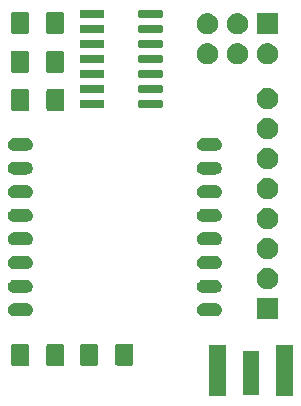
<source format=gbr>
G04 #@! TF.GenerationSoftware,KiCad,Pcbnew,5.1.5*
G04 #@! TF.CreationDate,2020-01-23T21:18:07+01:00*
G04 #@! TF.ProjectId,LORA_ATTINY84,4c4f5241-5f41-4545-9449-4e5938342e6b,rev?*
G04 #@! TF.SameCoordinates,Original*
G04 #@! TF.FileFunction,Soldermask,Top*
G04 #@! TF.FilePolarity,Negative*
%FSLAX46Y46*%
G04 Gerber Fmt 4.6, Leading zero omitted, Abs format (unit mm)*
G04 Created by KiCad (PCBNEW 5.1.5) date 2020-01-23 21:18:07*
%MOMM*%
%LPD*%
G04 APERTURE LIST*
%ADD10C,0.100000*%
G04 APERTURE END LIST*
D10*
G36*
X91638200Y-79544800D02*
G01*
X90186200Y-79544800D01*
X90186200Y-75242800D01*
X91638200Y-75242800D01*
X91638200Y-79544800D01*
G37*
G36*
X85988200Y-79544800D02*
G01*
X84536200Y-79544800D01*
X84536200Y-75242800D01*
X85988200Y-75242800D01*
X85988200Y-79544800D01*
G37*
G36*
X88773200Y-79444800D02*
G01*
X87401200Y-79444800D01*
X87401200Y-75742800D01*
X88773200Y-75742800D01*
X88773200Y-79444800D01*
G37*
G36*
X69142262Y-75176581D02*
G01*
X69177181Y-75187174D01*
X69209363Y-75204376D01*
X69237573Y-75227527D01*
X69260724Y-75255737D01*
X69277926Y-75287919D01*
X69288519Y-75322838D01*
X69292700Y-75365295D01*
X69292700Y-76831505D01*
X69288519Y-76873962D01*
X69277926Y-76908881D01*
X69260724Y-76941063D01*
X69237573Y-76969273D01*
X69209363Y-76992424D01*
X69177181Y-77009626D01*
X69142262Y-77020219D01*
X69099805Y-77024400D01*
X67958595Y-77024400D01*
X67916138Y-77020219D01*
X67881219Y-77009626D01*
X67849037Y-76992424D01*
X67820827Y-76969273D01*
X67797676Y-76941063D01*
X67780474Y-76908881D01*
X67769881Y-76873962D01*
X67765700Y-76831505D01*
X67765700Y-75365295D01*
X67769881Y-75322838D01*
X67780474Y-75287919D01*
X67797676Y-75255737D01*
X67820827Y-75227527D01*
X67849037Y-75204376D01*
X67881219Y-75187174D01*
X67916138Y-75176581D01*
X67958595Y-75172400D01*
X69099805Y-75172400D01*
X69142262Y-75176581D01*
G37*
G36*
X72117262Y-75176581D02*
G01*
X72152181Y-75187174D01*
X72184363Y-75204376D01*
X72212573Y-75227527D01*
X72235724Y-75255737D01*
X72252926Y-75287919D01*
X72263519Y-75322838D01*
X72267700Y-75365295D01*
X72267700Y-76831505D01*
X72263519Y-76873962D01*
X72252926Y-76908881D01*
X72235724Y-76941063D01*
X72212573Y-76969273D01*
X72184363Y-76992424D01*
X72152181Y-77009626D01*
X72117262Y-77020219D01*
X72074805Y-77024400D01*
X70933595Y-77024400D01*
X70891138Y-77020219D01*
X70856219Y-77009626D01*
X70824037Y-76992424D01*
X70795827Y-76969273D01*
X70772676Y-76941063D01*
X70755474Y-76908881D01*
X70744881Y-76873962D01*
X70740700Y-76831505D01*
X70740700Y-75365295D01*
X70744881Y-75322838D01*
X70755474Y-75287919D01*
X70772676Y-75255737D01*
X70795827Y-75227527D01*
X70824037Y-75204376D01*
X70856219Y-75187174D01*
X70891138Y-75176581D01*
X70933595Y-75172400D01*
X72074805Y-75172400D01*
X72117262Y-75176581D01*
G37*
G36*
X74969962Y-75151181D02*
G01*
X75004881Y-75161774D01*
X75037063Y-75178976D01*
X75065273Y-75202127D01*
X75088424Y-75230337D01*
X75105626Y-75262519D01*
X75116219Y-75297438D01*
X75120400Y-75339895D01*
X75120400Y-76806105D01*
X75116219Y-76848562D01*
X75105626Y-76883481D01*
X75088424Y-76915663D01*
X75065273Y-76943873D01*
X75037063Y-76967024D01*
X75004881Y-76984226D01*
X74969962Y-76994819D01*
X74927505Y-76999000D01*
X73786295Y-76999000D01*
X73743838Y-76994819D01*
X73708919Y-76984226D01*
X73676737Y-76967024D01*
X73648527Y-76943873D01*
X73625376Y-76915663D01*
X73608174Y-76883481D01*
X73597581Y-76848562D01*
X73593400Y-76806105D01*
X73593400Y-75339895D01*
X73597581Y-75297438D01*
X73608174Y-75262519D01*
X73625376Y-75230337D01*
X73648527Y-75202127D01*
X73676737Y-75178976D01*
X73708919Y-75161774D01*
X73743838Y-75151181D01*
X73786295Y-75147000D01*
X74927505Y-75147000D01*
X74969962Y-75151181D01*
G37*
G36*
X77944962Y-75151181D02*
G01*
X77979881Y-75161774D01*
X78012063Y-75178976D01*
X78040273Y-75202127D01*
X78063424Y-75230337D01*
X78080626Y-75262519D01*
X78091219Y-75297438D01*
X78095400Y-75339895D01*
X78095400Y-76806105D01*
X78091219Y-76848562D01*
X78080626Y-76883481D01*
X78063424Y-76915663D01*
X78040273Y-76943873D01*
X78012063Y-76967024D01*
X77979881Y-76984226D01*
X77944962Y-76994819D01*
X77902505Y-76999000D01*
X76761295Y-76999000D01*
X76718838Y-76994819D01*
X76683919Y-76984226D01*
X76651737Y-76967024D01*
X76623527Y-76943873D01*
X76600376Y-76915663D01*
X76583174Y-76883481D01*
X76572581Y-76848562D01*
X76568400Y-76806105D01*
X76568400Y-75339895D01*
X76572581Y-75297438D01*
X76583174Y-75262519D01*
X76600376Y-75230337D01*
X76623527Y-75202127D01*
X76651737Y-75178976D01*
X76683919Y-75161774D01*
X76718838Y-75151181D01*
X76761295Y-75147000D01*
X77902505Y-75147000D01*
X77944962Y-75151181D01*
G37*
G36*
X90359800Y-73062400D02*
G01*
X88557800Y-73062400D01*
X88557800Y-71260400D01*
X90359800Y-71260400D01*
X90359800Y-73062400D01*
G37*
G36*
X69137215Y-71724573D02*
G01*
X69241079Y-71756079D01*
X69268255Y-71770605D01*
X69336800Y-71807243D01*
X69420701Y-71876099D01*
X69489557Y-71960000D01*
X69526195Y-72028545D01*
X69540721Y-72055721D01*
X69572227Y-72159585D01*
X69582866Y-72267600D01*
X69572227Y-72375615D01*
X69540721Y-72479479D01*
X69540719Y-72479482D01*
X69489557Y-72575200D01*
X69420701Y-72659101D01*
X69336800Y-72727957D01*
X69268255Y-72764595D01*
X69241079Y-72779121D01*
X69137215Y-72810627D01*
X69056267Y-72818600D01*
X68002133Y-72818600D01*
X67921185Y-72810627D01*
X67817321Y-72779121D01*
X67790145Y-72764595D01*
X67721600Y-72727957D01*
X67637699Y-72659101D01*
X67568843Y-72575200D01*
X67517681Y-72479482D01*
X67517679Y-72479479D01*
X67486173Y-72375615D01*
X67475534Y-72267600D01*
X67486173Y-72159585D01*
X67517679Y-72055721D01*
X67532205Y-72028545D01*
X67568843Y-71960000D01*
X67637699Y-71876099D01*
X67721600Y-71807243D01*
X67790145Y-71770605D01*
X67817321Y-71756079D01*
X67921185Y-71724573D01*
X68002133Y-71716600D01*
X69056267Y-71716600D01*
X69137215Y-71724573D01*
G37*
G36*
X85137215Y-71724573D02*
G01*
X85241079Y-71756079D01*
X85268255Y-71770605D01*
X85336800Y-71807243D01*
X85420701Y-71876099D01*
X85489557Y-71960000D01*
X85526195Y-72028545D01*
X85540721Y-72055721D01*
X85572227Y-72159585D01*
X85582866Y-72267600D01*
X85572227Y-72375615D01*
X85540721Y-72479479D01*
X85540719Y-72479482D01*
X85489557Y-72575200D01*
X85420701Y-72659101D01*
X85336800Y-72727957D01*
X85268255Y-72764595D01*
X85241079Y-72779121D01*
X85137215Y-72810627D01*
X85056267Y-72818600D01*
X84002133Y-72818600D01*
X83921185Y-72810627D01*
X83817321Y-72779121D01*
X83790145Y-72764595D01*
X83721600Y-72727957D01*
X83637699Y-72659101D01*
X83568843Y-72575200D01*
X83517681Y-72479482D01*
X83517679Y-72479479D01*
X83486173Y-72375615D01*
X83475534Y-72267600D01*
X83486173Y-72159585D01*
X83517679Y-72055721D01*
X83532205Y-72028545D01*
X83568843Y-71960000D01*
X83637699Y-71876099D01*
X83721600Y-71807243D01*
X83790145Y-71770605D01*
X83817321Y-71756079D01*
X83921185Y-71724573D01*
X84002133Y-71716600D01*
X85056267Y-71716600D01*
X85137215Y-71724573D01*
G37*
G36*
X69137215Y-69724573D02*
G01*
X69241079Y-69756079D01*
X69268255Y-69770605D01*
X69336800Y-69807243D01*
X69420701Y-69876099D01*
X69489557Y-69960000D01*
X69526195Y-70028545D01*
X69540721Y-70055721D01*
X69572227Y-70159585D01*
X69582866Y-70267600D01*
X69572227Y-70375615D01*
X69540721Y-70479479D01*
X69536286Y-70487776D01*
X69489557Y-70575200D01*
X69420701Y-70659101D01*
X69336800Y-70727957D01*
X69268255Y-70764595D01*
X69241079Y-70779121D01*
X69137215Y-70810627D01*
X69056267Y-70818600D01*
X68002133Y-70818600D01*
X67921185Y-70810627D01*
X67817321Y-70779121D01*
X67790145Y-70764595D01*
X67721600Y-70727957D01*
X67637699Y-70659101D01*
X67568843Y-70575200D01*
X67522114Y-70487776D01*
X67517679Y-70479479D01*
X67486173Y-70375615D01*
X67475534Y-70267600D01*
X67486173Y-70159585D01*
X67517679Y-70055721D01*
X67532205Y-70028545D01*
X67568843Y-69960000D01*
X67637699Y-69876099D01*
X67721600Y-69807243D01*
X67790145Y-69770605D01*
X67817321Y-69756079D01*
X67921185Y-69724573D01*
X68002133Y-69716600D01*
X69056267Y-69716600D01*
X69137215Y-69724573D01*
G37*
G36*
X85137215Y-69724573D02*
G01*
X85241079Y-69756079D01*
X85268255Y-69770605D01*
X85336800Y-69807243D01*
X85420701Y-69876099D01*
X85489557Y-69960000D01*
X85526195Y-70028545D01*
X85540721Y-70055721D01*
X85572227Y-70159585D01*
X85582866Y-70267600D01*
X85572227Y-70375615D01*
X85540721Y-70479479D01*
X85536286Y-70487776D01*
X85489557Y-70575200D01*
X85420701Y-70659101D01*
X85336800Y-70727957D01*
X85268255Y-70764595D01*
X85241079Y-70779121D01*
X85137215Y-70810627D01*
X85056267Y-70818600D01*
X84002133Y-70818600D01*
X83921185Y-70810627D01*
X83817321Y-70779121D01*
X83790145Y-70764595D01*
X83721600Y-70727957D01*
X83637699Y-70659101D01*
X83568843Y-70575200D01*
X83522114Y-70487776D01*
X83517679Y-70479479D01*
X83486173Y-70375615D01*
X83475534Y-70267600D01*
X83486173Y-70159585D01*
X83517679Y-70055721D01*
X83532205Y-70028545D01*
X83568843Y-69960000D01*
X83637699Y-69876099D01*
X83721600Y-69807243D01*
X83790145Y-69770605D01*
X83817321Y-69756079D01*
X83921185Y-69724573D01*
X84002133Y-69716600D01*
X85056267Y-69716600D01*
X85137215Y-69724573D01*
G37*
G36*
X89572312Y-68725327D02*
G01*
X89721612Y-68755024D01*
X89885584Y-68822944D01*
X90033154Y-68921547D01*
X90158653Y-69047046D01*
X90257256Y-69194616D01*
X90325176Y-69358588D01*
X90359800Y-69532659D01*
X90359800Y-69710141D01*
X90325176Y-69884212D01*
X90257256Y-70048184D01*
X90158653Y-70195754D01*
X90033154Y-70321253D01*
X89885584Y-70419856D01*
X89721612Y-70487776D01*
X89572312Y-70517473D01*
X89547542Y-70522400D01*
X89370058Y-70522400D01*
X89345288Y-70517473D01*
X89195988Y-70487776D01*
X89032016Y-70419856D01*
X88884446Y-70321253D01*
X88758947Y-70195754D01*
X88660344Y-70048184D01*
X88592424Y-69884212D01*
X88557800Y-69710141D01*
X88557800Y-69532659D01*
X88592424Y-69358588D01*
X88660344Y-69194616D01*
X88758947Y-69047046D01*
X88884446Y-68921547D01*
X89032016Y-68822944D01*
X89195988Y-68755024D01*
X89345288Y-68725327D01*
X89370058Y-68720400D01*
X89547542Y-68720400D01*
X89572312Y-68725327D01*
G37*
G36*
X69137215Y-67724573D02*
G01*
X69241079Y-67756079D01*
X69268255Y-67770605D01*
X69336800Y-67807243D01*
X69420701Y-67876099D01*
X69489557Y-67960000D01*
X69526195Y-68028545D01*
X69540721Y-68055721D01*
X69572227Y-68159585D01*
X69582866Y-68267600D01*
X69572227Y-68375615D01*
X69540721Y-68479479D01*
X69540719Y-68479482D01*
X69489557Y-68575200D01*
X69420701Y-68659101D01*
X69336800Y-68727957D01*
X69286159Y-68755025D01*
X69241079Y-68779121D01*
X69137215Y-68810627D01*
X69056267Y-68818600D01*
X68002133Y-68818600D01*
X67921185Y-68810627D01*
X67817321Y-68779121D01*
X67772241Y-68755025D01*
X67721600Y-68727957D01*
X67637699Y-68659101D01*
X67568843Y-68575200D01*
X67517681Y-68479482D01*
X67517679Y-68479479D01*
X67486173Y-68375615D01*
X67475534Y-68267600D01*
X67486173Y-68159585D01*
X67517679Y-68055721D01*
X67532205Y-68028545D01*
X67568843Y-67960000D01*
X67637699Y-67876099D01*
X67721600Y-67807243D01*
X67790145Y-67770605D01*
X67817321Y-67756079D01*
X67921185Y-67724573D01*
X68002133Y-67716600D01*
X69056267Y-67716600D01*
X69137215Y-67724573D01*
G37*
G36*
X85137215Y-67724573D02*
G01*
X85241079Y-67756079D01*
X85268255Y-67770605D01*
X85336800Y-67807243D01*
X85420701Y-67876099D01*
X85489557Y-67960000D01*
X85526195Y-68028545D01*
X85540721Y-68055721D01*
X85572227Y-68159585D01*
X85582866Y-68267600D01*
X85572227Y-68375615D01*
X85540721Y-68479479D01*
X85540719Y-68479482D01*
X85489557Y-68575200D01*
X85420701Y-68659101D01*
X85336800Y-68727957D01*
X85286159Y-68755025D01*
X85241079Y-68779121D01*
X85137215Y-68810627D01*
X85056267Y-68818600D01*
X84002133Y-68818600D01*
X83921185Y-68810627D01*
X83817321Y-68779121D01*
X83772241Y-68755025D01*
X83721600Y-68727957D01*
X83637699Y-68659101D01*
X83568843Y-68575200D01*
X83517681Y-68479482D01*
X83517679Y-68479479D01*
X83486173Y-68375615D01*
X83475534Y-68267600D01*
X83486173Y-68159585D01*
X83517679Y-68055721D01*
X83532205Y-68028545D01*
X83568843Y-67960000D01*
X83637699Y-67876099D01*
X83721600Y-67807243D01*
X83790145Y-67770605D01*
X83817321Y-67756079D01*
X83921185Y-67724573D01*
X84002133Y-67716600D01*
X85056267Y-67716600D01*
X85137215Y-67724573D01*
G37*
G36*
X89572312Y-66185327D02*
G01*
X89721612Y-66215024D01*
X89885584Y-66282944D01*
X90033154Y-66381547D01*
X90158653Y-66507046D01*
X90257256Y-66654616D01*
X90325176Y-66818588D01*
X90359800Y-66992659D01*
X90359800Y-67170141D01*
X90325176Y-67344212D01*
X90257256Y-67508184D01*
X90158653Y-67655754D01*
X90033154Y-67781253D01*
X89885584Y-67879856D01*
X89721612Y-67947776D01*
X89572312Y-67977473D01*
X89547542Y-67982400D01*
X89370058Y-67982400D01*
X89345288Y-67977473D01*
X89195988Y-67947776D01*
X89032016Y-67879856D01*
X88884446Y-67781253D01*
X88758947Y-67655754D01*
X88660344Y-67508184D01*
X88592424Y-67344212D01*
X88557800Y-67170141D01*
X88557800Y-66992659D01*
X88592424Y-66818588D01*
X88660344Y-66654616D01*
X88758947Y-66507046D01*
X88884446Y-66381547D01*
X89032016Y-66282944D01*
X89195988Y-66215024D01*
X89345288Y-66185327D01*
X89370058Y-66180400D01*
X89547542Y-66180400D01*
X89572312Y-66185327D01*
G37*
G36*
X69137215Y-65724573D02*
G01*
X69241079Y-65756079D01*
X69268255Y-65770605D01*
X69336800Y-65807243D01*
X69420701Y-65876099D01*
X69489557Y-65960000D01*
X69526195Y-66028545D01*
X69540721Y-66055721D01*
X69572227Y-66159585D01*
X69582866Y-66267600D01*
X69572227Y-66375615D01*
X69540721Y-66479479D01*
X69540719Y-66479482D01*
X69489557Y-66575200D01*
X69420701Y-66659101D01*
X69336800Y-66727957D01*
X69268255Y-66764595D01*
X69241079Y-66779121D01*
X69137215Y-66810627D01*
X69056267Y-66818600D01*
X68002133Y-66818600D01*
X67921185Y-66810627D01*
X67817321Y-66779121D01*
X67790145Y-66764595D01*
X67721600Y-66727957D01*
X67637699Y-66659101D01*
X67568843Y-66575200D01*
X67517681Y-66479482D01*
X67517679Y-66479479D01*
X67486173Y-66375615D01*
X67475534Y-66267600D01*
X67486173Y-66159585D01*
X67517679Y-66055721D01*
X67532205Y-66028545D01*
X67568843Y-65960000D01*
X67637699Y-65876099D01*
X67721600Y-65807243D01*
X67790145Y-65770605D01*
X67817321Y-65756079D01*
X67921185Y-65724573D01*
X68002133Y-65716600D01*
X69056267Y-65716600D01*
X69137215Y-65724573D01*
G37*
G36*
X85137215Y-65724573D02*
G01*
X85241079Y-65756079D01*
X85268255Y-65770605D01*
X85336800Y-65807243D01*
X85420701Y-65876099D01*
X85489557Y-65960000D01*
X85526195Y-66028545D01*
X85540721Y-66055721D01*
X85572227Y-66159585D01*
X85582866Y-66267600D01*
X85572227Y-66375615D01*
X85540721Y-66479479D01*
X85540719Y-66479482D01*
X85489557Y-66575200D01*
X85420701Y-66659101D01*
X85336800Y-66727957D01*
X85268255Y-66764595D01*
X85241079Y-66779121D01*
X85137215Y-66810627D01*
X85056267Y-66818600D01*
X84002133Y-66818600D01*
X83921185Y-66810627D01*
X83817321Y-66779121D01*
X83790145Y-66764595D01*
X83721600Y-66727957D01*
X83637699Y-66659101D01*
X83568843Y-66575200D01*
X83517681Y-66479482D01*
X83517679Y-66479479D01*
X83486173Y-66375615D01*
X83475534Y-66267600D01*
X83486173Y-66159585D01*
X83517679Y-66055721D01*
X83532205Y-66028545D01*
X83568843Y-65960000D01*
X83637699Y-65876099D01*
X83721600Y-65807243D01*
X83790145Y-65770605D01*
X83817321Y-65756079D01*
X83921185Y-65724573D01*
X84002133Y-65716600D01*
X85056267Y-65716600D01*
X85137215Y-65724573D01*
G37*
G36*
X89572312Y-63645327D02*
G01*
X89721612Y-63675024D01*
X89885584Y-63742944D01*
X90033154Y-63841547D01*
X90158653Y-63967046D01*
X90257256Y-64114616D01*
X90325176Y-64278588D01*
X90359800Y-64452659D01*
X90359800Y-64630141D01*
X90325176Y-64804212D01*
X90257256Y-64968184D01*
X90158653Y-65115754D01*
X90033154Y-65241253D01*
X89885584Y-65339856D01*
X89721612Y-65407776D01*
X89572312Y-65437473D01*
X89547542Y-65442400D01*
X89370058Y-65442400D01*
X89345288Y-65437473D01*
X89195988Y-65407776D01*
X89032016Y-65339856D01*
X88884446Y-65241253D01*
X88758947Y-65115754D01*
X88660344Y-64968184D01*
X88592424Y-64804212D01*
X88557800Y-64630141D01*
X88557800Y-64452659D01*
X88592424Y-64278588D01*
X88660344Y-64114616D01*
X88758947Y-63967046D01*
X88884446Y-63841547D01*
X89032016Y-63742944D01*
X89195988Y-63675024D01*
X89345288Y-63645327D01*
X89370058Y-63640400D01*
X89547542Y-63640400D01*
X89572312Y-63645327D01*
G37*
G36*
X69137215Y-63724573D02*
G01*
X69241079Y-63756079D01*
X69268255Y-63770605D01*
X69336800Y-63807243D01*
X69420701Y-63876099D01*
X69489557Y-63960000D01*
X69526195Y-64028545D01*
X69540721Y-64055721D01*
X69572227Y-64159585D01*
X69582866Y-64267600D01*
X69572227Y-64375615D01*
X69540721Y-64479479D01*
X69540719Y-64479482D01*
X69489557Y-64575200D01*
X69420701Y-64659101D01*
X69336800Y-64727957D01*
X69268255Y-64764595D01*
X69241079Y-64779121D01*
X69137215Y-64810627D01*
X69056267Y-64818600D01*
X68002133Y-64818600D01*
X67921185Y-64810627D01*
X67817321Y-64779121D01*
X67790145Y-64764595D01*
X67721600Y-64727957D01*
X67637699Y-64659101D01*
X67568843Y-64575200D01*
X67517681Y-64479482D01*
X67517679Y-64479479D01*
X67486173Y-64375615D01*
X67475534Y-64267600D01*
X67486173Y-64159585D01*
X67517679Y-64055721D01*
X67532205Y-64028545D01*
X67568843Y-63960000D01*
X67637699Y-63876099D01*
X67721600Y-63807243D01*
X67790145Y-63770605D01*
X67817321Y-63756079D01*
X67921185Y-63724573D01*
X68002133Y-63716600D01*
X69056267Y-63716600D01*
X69137215Y-63724573D01*
G37*
G36*
X85137215Y-63724573D02*
G01*
X85241079Y-63756079D01*
X85268255Y-63770605D01*
X85336800Y-63807243D01*
X85420701Y-63876099D01*
X85489557Y-63960000D01*
X85526195Y-64028545D01*
X85540721Y-64055721D01*
X85572227Y-64159585D01*
X85582866Y-64267600D01*
X85572227Y-64375615D01*
X85540721Y-64479479D01*
X85540719Y-64479482D01*
X85489557Y-64575200D01*
X85420701Y-64659101D01*
X85336800Y-64727957D01*
X85268255Y-64764595D01*
X85241079Y-64779121D01*
X85137215Y-64810627D01*
X85056267Y-64818600D01*
X84002133Y-64818600D01*
X83921185Y-64810627D01*
X83817321Y-64779121D01*
X83790145Y-64764595D01*
X83721600Y-64727957D01*
X83637699Y-64659101D01*
X83568843Y-64575200D01*
X83517681Y-64479482D01*
X83517679Y-64479479D01*
X83486173Y-64375615D01*
X83475534Y-64267600D01*
X83486173Y-64159585D01*
X83517679Y-64055721D01*
X83532205Y-64028545D01*
X83568843Y-63960000D01*
X83637699Y-63876099D01*
X83721600Y-63807243D01*
X83790145Y-63770605D01*
X83817321Y-63756079D01*
X83921185Y-63724573D01*
X84002133Y-63716600D01*
X85056267Y-63716600D01*
X85137215Y-63724573D01*
G37*
G36*
X89572312Y-61105327D02*
G01*
X89721612Y-61135024D01*
X89885584Y-61202944D01*
X90033154Y-61301547D01*
X90158653Y-61427046D01*
X90257256Y-61574616D01*
X90325176Y-61738588D01*
X90359800Y-61912659D01*
X90359800Y-62090141D01*
X90325176Y-62264212D01*
X90257256Y-62428184D01*
X90158653Y-62575754D01*
X90033154Y-62701253D01*
X89885584Y-62799856D01*
X89721612Y-62867776D01*
X89572312Y-62897473D01*
X89547542Y-62902400D01*
X89370058Y-62902400D01*
X89345288Y-62897473D01*
X89195988Y-62867776D01*
X89032016Y-62799856D01*
X88884446Y-62701253D01*
X88758947Y-62575754D01*
X88660344Y-62428184D01*
X88592424Y-62264212D01*
X88557800Y-62090141D01*
X88557800Y-61912659D01*
X88592424Y-61738588D01*
X88660344Y-61574616D01*
X88758947Y-61427046D01*
X88884446Y-61301547D01*
X89032016Y-61202944D01*
X89195988Y-61135024D01*
X89345288Y-61105327D01*
X89370058Y-61100400D01*
X89547542Y-61100400D01*
X89572312Y-61105327D01*
G37*
G36*
X85137215Y-61724573D02*
G01*
X85241079Y-61756079D01*
X85268255Y-61770605D01*
X85336800Y-61807243D01*
X85420701Y-61876099D01*
X85489557Y-61960000D01*
X85526195Y-62028545D01*
X85540721Y-62055721D01*
X85572227Y-62159585D01*
X85582866Y-62267600D01*
X85572227Y-62375615D01*
X85540721Y-62479479D01*
X85540719Y-62479482D01*
X85489557Y-62575200D01*
X85420701Y-62659101D01*
X85336800Y-62727957D01*
X85268255Y-62764595D01*
X85241079Y-62779121D01*
X85137215Y-62810627D01*
X85056267Y-62818600D01*
X84002133Y-62818600D01*
X83921185Y-62810627D01*
X83817321Y-62779121D01*
X83790145Y-62764595D01*
X83721600Y-62727957D01*
X83637699Y-62659101D01*
X83568843Y-62575200D01*
X83517681Y-62479482D01*
X83517679Y-62479479D01*
X83486173Y-62375615D01*
X83475534Y-62267600D01*
X83486173Y-62159585D01*
X83517679Y-62055721D01*
X83532205Y-62028545D01*
X83568843Y-61960000D01*
X83637699Y-61876099D01*
X83721600Y-61807243D01*
X83790145Y-61770605D01*
X83817321Y-61756079D01*
X83921185Y-61724573D01*
X84002133Y-61716600D01*
X85056267Y-61716600D01*
X85137215Y-61724573D01*
G37*
G36*
X69137215Y-61724573D02*
G01*
X69241079Y-61756079D01*
X69268255Y-61770605D01*
X69336800Y-61807243D01*
X69420701Y-61876099D01*
X69489557Y-61960000D01*
X69526195Y-62028545D01*
X69540721Y-62055721D01*
X69572227Y-62159585D01*
X69582866Y-62267600D01*
X69572227Y-62375615D01*
X69540721Y-62479479D01*
X69540719Y-62479482D01*
X69489557Y-62575200D01*
X69420701Y-62659101D01*
X69336800Y-62727957D01*
X69268255Y-62764595D01*
X69241079Y-62779121D01*
X69137215Y-62810627D01*
X69056267Y-62818600D01*
X68002133Y-62818600D01*
X67921185Y-62810627D01*
X67817321Y-62779121D01*
X67790145Y-62764595D01*
X67721600Y-62727957D01*
X67637699Y-62659101D01*
X67568843Y-62575200D01*
X67517681Y-62479482D01*
X67517679Y-62479479D01*
X67486173Y-62375615D01*
X67475534Y-62267600D01*
X67486173Y-62159585D01*
X67517679Y-62055721D01*
X67532205Y-62028545D01*
X67568843Y-61960000D01*
X67637699Y-61876099D01*
X67721600Y-61807243D01*
X67790145Y-61770605D01*
X67817321Y-61756079D01*
X67921185Y-61724573D01*
X68002133Y-61716600D01*
X69056267Y-61716600D01*
X69137215Y-61724573D01*
G37*
G36*
X85137215Y-59724573D02*
G01*
X85241079Y-59756079D01*
X85268255Y-59770605D01*
X85336800Y-59807243D01*
X85420701Y-59876099D01*
X85489557Y-59960000D01*
X85526195Y-60028545D01*
X85540721Y-60055721D01*
X85572227Y-60159585D01*
X85582866Y-60267600D01*
X85572227Y-60375615D01*
X85540721Y-60479479D01*
X85540719Y-60479482D01*
X85489557Y-60575200D01*
X85420701Y-60659101D01*
X85336800Y-60727957D01*
X85268255Y-60764595D01*
X85241079Y-60779121D01*
X85137215Y-60810627D01*
X85056267Y-60818600D01*
X84002133Y-60818600D01*
X83921185Y-60810627D01*
X83817321Y-60779121D01*
X83790145Y-60764595D01*
X83721600Y-60727957D01*
X83637699Y-60659101D01*
X83568843Y-60575200D01*
X83517681Y-60479482D01*
X83517679Y-60479479D01*
X83486173Y-60375615D01*
X83475534Y-60267600D01*
X83486173Y-60159585D01*
X83517679Y-60055721D01*
X83532205Y-60028545D01*
X83568843Y-59960000D01*
X83637699Y-59876099D01*
X83721600Y-59807243D01*
X83790145Y-59770605D01*
X83817321Y-59756079D01*
X83921185Y-59724573D01*
X84002133Y-59716600D01*
X85056267Y-59716600D01*
X85137215Y-59724573D01*
G37*
G36*
X69137215Y-59724573D02*
G01*
X69241079Y-59756079D01*
X69268255Y-59770605D01*
X69336800Y-59807243D01*
X69420701Y-59876099D01*
X69489557Y-59960000D01*
X69526195Y-60028545D01*
X69540721Y-60055721D01*
X69572227Y-60159585D01*
X69582866Y-60267600D01*
X69572227Y-60375615D01*
X69540721Y-60479479D01*
X69540719Y-60479482D01*
X69489557Y-60575200D01*
X69420701Y-60659101D01*
X69336800Y-60727957D01*
X69268255Y-60764595D01*
X69241079Y-60779121D01*
X69137215Y-60810627D01*
X69056267Y-60818600D01*
X68002133Y-60818600D01*
X67921185Y-60810627D01*
X67817321Y-60779121D01*
X67790145Y-60764595D01*
X67721600Y-60727957D01*
X67637699Y-60659101D01*
X67568843Y-60575200D01*
X67517681Y-60479482D01*
X67517679Y-60479479D01*
X67486173Y-60375615D01*
X67475534Y-60267600D01*
X67486173Y-60159585D01*
X67517679Y-60055721D01*
X67532205Y-60028545D01*
X67568843Y-59960000D01*
X67637699Y-59876099D01*
X67721600Y-59807243D01*
X67790145Y-59770605D01*
X67817321Y-59756079D01*
X67921185Y-59724573D01*
X68002133Y-59716600D01*
X69056267Y-59716600D01*
X69137215Y-59724573D01*
G37*
G36*
X89572312Y-58565327D02*
G01*
X89721612Y-58595024D01*
X89885584Y-58662944D01*
X90033154Y-58761547D01*
X90158653Y-58887046D01*
X90257256Y-59034616D01*
X90325176Y-59198588D01*
X90359800Y-59372659D01*
X90359800Y-59550141D01*
X90325176Y-59724212D01*
X90257256Y-59888184D01*
X90158653Y-60035754D01*
X90033154Y-60161253D01*
X89885584Y-60259856D01*
X89721612Y-60327776D01*
X89572312Y-60357473D01*
X89547542Y-60362400D01*
X89370058Y-60362400D01*
X89345288Y-60357473D01*
X89195988Y-60327776D01*
X89032016Y-60259856D01*
X88884446Y-60161253D01*
X88758947Y-60035754D01*
X88660344Y-59888184D01*
X88592424Y-59724212D01*
X88557800Y-59550141D01*
X88557800Y-59372659D01*
X88592424Y-59198588D01*
X88660344Y-59034616D01*
X88758947Y-58887046D01*
X88884446Y-58761547D01*
X89032016Y-58662944D01*
X89195988Y-58595024D01*
X89345288Y-58565327D01*
X89370058Y-58560400D01*
X89547542Y-58560400D01*
X89572312Y-58565327D01*
G37*
G36*
X69137215Y-57724573D02*
G01*
X69241079Y-57756079D01*
X69268255Y-57770605D01*
X69336800Y-57807243D01*
X69420701Y-57876099D01*
X69489557Y-57960000D01*
X69526195Y-58028545D01*
X69540721Y-58055721D01*
X69572227Y-58159585D01*
X69582866Y-58267600D01*
X69572227Y-58375615D01*
X69540721Y-58479479D01*
X69540719Y-58479482D01*
X69489557Y-58575200D01*
X69420701Y-58659101D01*
X69336800Y-58727957D01*
X69273957Y-58761547D01*
X69241079Y-58779121D01*
X69137215Y-58810627D01*
X69056267Y-58818600D01*
X68002133Y-58818600D01*
X67921185Y-58810627D01*
X67817321Y-58779121D01*
X67784443Y-58761547D01*
X67721600Y-58727957D01*
X67637699Y-58659101D01*
X67568843Y-58575200D01*
X67517681Y-58479482D01*
X67517679Y-58479479D01*
X67486173Y-58375615D01*
X67475534Y-58267600D01*
X67486173Y-58159585D01*
X67517679Y-58055721D01*
X67532205Y-58028545D01*
X67568843Y-57960000D01*
X67637699Y-57876099D01*
X67721600Y-57807243D01*
X67790145Y-57770605D01*
X67817321Y-57756079D01*
X67921185Y-57724573D01*
X68002133Y-57716600D01*
X69056267Y-57716600D01*
X69137215Y-57724573D01*
G37*
G36*
X85137215Y-57724573D02*
G01*
X85241079Y-57756079D01*
X85268255Y-57770605D01*
X85336800Y-57807243D01*
X85420701Y-57876099D01*
X85489557Y-57960000D01*
X85526195Y-58028545D01*
X85540721Y-58055721D01*
X85572227Y-58159585D01*
X85582866Y-58267600D01*
X85572227Y-58375615D01*
X85540721Y-58479479D01*
X85540719Y-58479482D01*
X85489557Y-58575200D01*
X85420701Y-58659101D01*
X85336800Y-58727957D01*
X85273957Y-58761547D01*
X85241079Y-58779121D01*
X85137215Y-58810627D01*
X85056267Y-58818600D01*
X84002133Y-58818600D01*
X83921185Y-58810627D01*
X83817321Y-58779121D01*
X83784443Y-58761547D01*
X83721600Y-58727957D01*
X83637699Y-58659101D01*
X83568843Y-58575200D01*
X83517681Y-58479482D01*
X83517679Y-58479479D01*
X83486173Y-58375615D01*
X83475534Y-58267600D01*
X83486173Y-58159585D01*
X83517679Y-58055721D01*
X83532205Y-58028545D01*
X83568843Y-57960000D01*
X83637699Y-57876099D01*
X83721600Y-57807243D01*
X83790145Y-57770605D01*
X83817321Y-57756079D01*
X83921185Y-57724573D01*
X84002133Y-57716600D01*
X85056267Y-57716600D01*
X85137215Y-57724573D01*
G37*
G36*
X89572312Y-56025327D02*
G01*
X89721612Y-56055024D01*
X89885584Y-56122944D01*
X90033154Y-56221547D01*
X90158653Y-56347046D01*
X90257256Y-56494616D01*
X90325176Y-56658588D01*
X90359800Y-56832659D01*
X90359800Y-57010141D01*
X90325176Y-57184212D01*
X90257256Y-57348184D01*
X90158653Y-57495754D01*
X90033154Y-57621253D01*
X89885584Y-57719856D01*
X89721612Y-57787776D01*
X89572312Y-57817473D01*
X89547542Y-57822400D01*
X89370058Y-57822400D01*
X89345288Y-57817473D01*
X89195988Y-57787776D01*
X89032016Y-57719856D01*
X88884446Y-57621253D01*
X88758947Y-57495754D01*
X88660344Y-57348184D01*
X88592424Y-57184212D01*
X88557800Y-57010141D01*
X88557800Y-56832659D01*
X88592424Y-56658588D01*
X88660344Y-56494616D01*
X88758947Y-56347046D01*
X88884446Y-56221547D01*
X89032016Y-56122944D01*
X89195988Y-56055024D01*
X89345288Y-56025327D01*
X89370058Y-56020400D01*
X89547542Y-56020400D01*
X89572312Y-56025327D01*
G37*
G36*
X69153362Y-53586581D02*
G01*
X69188281Y-53597174D01*
X69220463Y-53614376D01*
X69248673Y-53637527D01*
X69271824Y-53665737D01*
X69289026Y-53697919D01*
X69299619Y-53732838D01*
X69303800Y-53775295D01*
X69303800Y-55241505D01*
X69299619Y-55283962D01*
X69289026Y-55318881D01*
X69271824Y-55351063D01*
X69248673Y-55379273D01*
X69220463Y-55402424D01*
X69188281Y-55419626D01*
X69153362Y-55430219D01*
X69110905Y-55434400D01*
X67969695Y-55434400D01*
X67927238Y-55430219D01*
X67892319Y-55419626D01*
X67860137Y-55402424D01*
X67831927Y-55379273D01*
X67808776Y-55351063D01*
X67791574Y-55318881D01*
X67780981Y-55283962D01*
X67776800Y-55241505D01*
X67776800Y-53775295D01*
X67780981Y-53732838D01*
X67791574Y-53697919D01*
X67808776Y-53665737D01*
X67831927Y-53637527D01*
X67860137Y-53614376D01*
X67892319Y-53597174D01*
X67927238Y-53586581D01*
X67969695Y-53582400D01*
X69110905Y-53582400D01*
X69153362Y-53586581D01*
G37*
G36*
X72128362Y-53586581D02*
G01*
X72163281Y-53597174D01*
X72195463Y-53614376D01*
X72223673Y-53637527D01*
X72246824Y-53665737D01*
X72264026Y-53697919D01*
X72274619Y-53732838D01*
X72278800Y-53775295D01*
X72278800Y-55241505D01*
X72274619Y-55283962D01*
X72264026Y-55318881D01*
X72246824Y-55351063D01*
X72223673Y-55379273D01*
X72195463Y-55402424D01*
X72163281Y-55419626D01*
X72128362Y-55430219D01*
X72085905Y-55434400D01*
X70944695Y-55434400D01*
X70902238Y-55430219D01*
X70867319Y-55419626D01*
X70835137Y-55402424D01*
X70806927Y-55379273D01*
X70783776Y-55351063D01*
X70766574Y-55318881D01*
X70755981Y-55283962D01*
X70751800Y-55241505D01*
X70751800Y-53775295D01*
X70755981Y-53732838D01*
X70766574Y-53697919D01*
X70783776Y-53665737D01*
X70806927Y-53637527D01*
X70835137Y-53614376D01*
X70867319Y-53597174D01*
X70902238Y-53586581D01*
X70944695Y-53582400D01*
X72085905Y-53582400D01*
X72128362Y-53586581D01*
G37*
G36*
X89572312Y-53485327D02*
G01*
X89721612Y-53515024D01*
X89885584Y-53582944D01*
X90033154Y-53681547D01*
X90158653Y-53807046D01*
X90257256Y-53954616D01*
X90325176Y-54118588D01*
X90354873Y-54267888D01*
X90359800Y-54292658D01*
X90359800Y-54470142D01*
X90355657Y-54490972D01*
X90325176Y-54644212D01*
X90257256Y-54808184D01*
X90158653Y-54955754D01*
X90033154Y-55081253D01*
X89885584Y-55179856D01*
X89721612Y-55247776D01*
X89572312Y-55277473D01*
X89547542Y-55282400D01*
X89370058Y-55282400D01*
X89345288Y-55277473D01*
X89195988Y-55247776D01*
X89032016Y-55179856D01*
X88884446Y-55081253D01*
X88758947Y-54955754D01*
X88660344Y-54808184D01*
X88592424Y-54644212D01*
X88561943Y-54490972D01*
X88557800Y-54470142D01*
X88557800Y-54292658D01*
X88562727Y-54267888D01*
X88592424Y-54118588D01*
X88660344Y-53954616D01*
X88758947Y-53807046D01*
X88884446Y-53681547D01*
X89032016Y-53582944D01*
X89195988Y-53515024D01*
X89345288Y-53485327D01*
X89370058Y-53480400D01*
X89547542Y-53480400D01*
X89572312Y-53485327D01*
G37*
G36*
X75548928Y-54490364D02*
G01*
X75570009Y-54496760D01*
X75589445Y-54507148D01*
X75606476Y-54521124D01*
X75620452Y-54538155D01*
X75630840Y-54557591D01*
X75637236Y-54578672D01*
X75640000Y-54606740D01*
X75640000Y-55070460D01*
X75637236Y-55098528D01*
X75630840Y-55119609D01*
X75620452Y-55139045D01*
X75606476Y-55156076D01*
X75589445Y-55170052D01*
X75570009Y-55180440D01*
X75548928Y-55186836D01*
X75520860Y-55189600D01*
X73707140Y-55189600D01*
X73679072Y-55186836D01*
X73657991Y-55180440D01*
X73638555Y-55170052D01*
X73621524Y-55156076D01*
X73607548Y-55139045D01*
X73597160Y-55119609D01*
X73590764Y-55098528D01*
X73588000Y-55070460D01*
X73588000Y-54606740D01*
X73590764Y-54578672D01*
X73597160Y-54557591D01*
X73607548Y-54538155D01*
X73621524Y-54521124D01*
X73638555Y-54507148D01*
X73657991Y-54496760D01*
X73679072Y-54490364D01*
X73707140Y-54487600D01*
X75520860Y-54487600D01*
X75548928Y-54490364D01*
G37*
G36*
X80498928Y-54490364D02*
G01*
X80520009Y-54496760D01*
X80539445Y-54507148D01*
X80556476Y-54521124D01*
X80570452Y-54538155D01*
X80580840Y-54557591D01*
X80587236Y-54578672D01*
X80590000Y-54606740D01*
X80590000Y-55070460D01*
X80587236Y-55098528D01*
X80580840Y-55119609D01*
X80570452Y-55139045D01*
X80556476Y-55156076D01*
X80539445Y-55170052D01*
X80520009Y-55180440D01*
X80498928Y-55186836D01*
X80470860Y-55189600D01*
X78657140Y-55189600D01*
X78629072Y-55186836D01*
X78607991Y-55180440D01*
X78588555Y-55170052D01*
X78571524Y-55156076D01*
X78557548Y-55139045D01*
X78547160Y-55119609D01*
X78540764Y-55098528D01*
X78538000Y-55070460D01*
X78538000Y-54606740D01*
X78540764Y-54578672D01*
X78547160Y-54557591D01*
X78557548Y-54538155D01*
X78571524Y-54521124D01*
X78588555Y-54507148D01*
X78607991Y-54496760D01*
X78629072Y-54490364D01*
X78657140Y-54487600D01*
X80470860Y-54487600D01*
X80498928Y-54490364D01*
G37*
G36*
X80498928Y-53220364D02*
G01*
X80520009Y-53226760D01*
X80539445Y-53237148D01*
X80556476Y-53251124D01*
X80570452Y-53268155D01*
X80580840Y-53287591D01*
X80587236Y-53308672D01*
X80590000Y-53336740D01*
X80590000Y-53800460D01*
X80587236Y-53828528D01*
X80580840Y-53849609D01*
X80570452Y-53869045D01*
X80556476Y-53886076D01*
X80539445Y-53900052D01*
X80520009Y-53910440D01*
X80498928Y-53916836D01*
X80470860Y-53919600D01*
X78657140Y-53919600D01*
X78629072Y-53916836D01*
X78607991Y-53910440D01*
X78588555Y-53900052D01*
X78571524Y-53886076D01*
X78557548Y-53869045D01*
X78547160Y-53849609D01*
X78540764Y-53828528D01*
X78538000Y-53800460D01*
X78538000Y-53336740D01*
X78540764Y-53308672D01*
X78547160Y-53287591D01*
X78557548Y-53268155D01*
X78571524Y-53251124D01*
X78588555Y-53237148D01*
X78607991Y-53226760D01*
X78629072Y-53220364D01*
X78657140Y-53217600D01*
X80470860Y-53217600D01*
X80498928Y-53220364D01*
G37*
G36*
X75548928Y-53220364D02*
G01*
X75570009Y-53226760D01*
X75589445Y-53237148D01*
X75606476Y-53251124D01*
X75620452Y-53268155D01*
X75630840Y-53287591D01*
X75637236Y-53308672D01*
X75640000Y-53336740D01*
X75640000Y-53800460D01*
X75637236Y-53828528D01*
X75630840Y-53849609D01*
X75620452Y-53869045D01*
X75606476Y-53886076D01*
X75589445Y-53900052D01*
X75570009Y-53910440D01*
X75548928Y-53916836D01*
X75520860Y-53919600D01*
X73707140Y-53919600D01*
X73679072Y-53916836D01*
X73657991Y-53910440D01*
X73638555Y-53900052D01*
X73621524Y-53886076D01*
X73607548Y-53869045D01*
X73597160Y-53849609D01*
X73590764Y-53828528D01*
X73588000Y-53800460D01*
X73588000Y-53336740D01*
X73590764Y-53308672D01*
X73597160Y-53287591D01*
X73607548Y-53268155D01*
X73621524Y-53251124D01*
X73638555Y-53237148D01*
X73657991Y-53226760D01*
X73679072Y-53220364D01*
X73707140Y-53217600D01*
X75520860Y-53217600D01*
X75548928Y-53220364D01*
G37*
G36*
X80498928Y-51950364D02*
G01*
X80520009Y-51956760D01*
X80539445Y-51967148D01*
X80556476Y-51981124D01*
X80570452Y-51998155D01*
X80580840Y-52017591D01*
X80587236Y-52038672D01*
X80590000Y-52066740D01*
X80590000Y-52530460D01*
X80587236Y-52558528D01*
X80580840Y-52579609D01*
X80570452Y-52599045D01*
X80556476Y-52616076D01*
X80539445Y-52630052D01*
X80520009Y-52640440D01*
X80498928Y-52646836D01*
X80470860Y-52649600D01*
X78657140Y-52649600D01*
X78629072Y-52646836D01*
X78607991Y-52640440D01*
X78588555Y-52630052D01*
X78571524Y-52616076D01*
X78557548Y-52599045D01*
X78547160Y-52579609D01*
X78540764Y-52558528D01*
X78538000Y-52530460D01*
X78538000Y-52066740D01*
X78540764Y-52038672D01*
X78547160Y-52017591D01*
X78557548Y-51998155D01*
X78571524Y-51981124D01*
X78588555Y-51967148D01*
X78607991Y-51956760D01*
X78629072Y-51950364D01*
X78657140Y-51947600D01*
X80470860Y-51947600D01*
X80498928Y-51950364D01*
G37*
G36*
X75548928Y-51950364D02*
G01*
X75570009Y-51956760D01*
X75589445Y-51967148D01*
X75606476Y-51981124D01*
X75620452Y-51998155D01*
X75630840Y-52017591D01*
X75637236Y-52038672D01*
X75640000Y-52066740D01*
X75640000Y-52530460D01*
X75637236Y-52558528D01*
X75630840Y-52579609D01*
X75620452Y-52599045D01*
X75606476Y-52616076D01*
X75589445Y-52630052D01*
X75570009Y-52640440D01*
X75548928Y-52646836D01*
X75520860Y-52649600D01*
X73707140Y-52649600D01*
X73679072Y-52646836D01*
X73657991Y-52640440D01*
X73638555Y-52630052D01*
X73621524Y-52616076D01*
X73607548Y-52599045D01*
X73597160Y-52579609D01*
X73590764Y-52558528D01*
X73588000Y-52530460D01*
X73588000Y-52066740D01*
X73590764Y-52038672D01*
X73597160Y-52017591D01*
X73607548Y-51998155D01*
X73621524Y-51981124D01*
X73638555Y-51967148D01*
X73657991Y-51956760D01*
X73679072Y-51950364D01*
X73707140Y-51947600D01*
X75520860Y-51947600D01*
X75548928Y-51950364D01*
G37*
G36*
X72077562Y-50348081D02*
G01*
X72112481Y-50358674D01*
X72144663Y-50375876D01*
X72172873Y-50399027D01*
X72196024Y-50427237D01*
X72213226Y-50459419D01*
X72223819Y-50494338D01*
X72228000Y-50536795D01*
X72228000Y-52003005D01*
X72223819Y-52045462D01*
X72213226Y-52080381D01*
X72196024Y-52112563D01*
X72172873Y-52140773D01*
X72144663Y-52163924D01*
X72112481Y-52181126D01*
X72077562Y-52191719D01*
X72035105Y-52195900D01*
X70893895Y-52195900D01*
X70851438Y-52191719D01*
X70816519Y-52181126D01*
X70784337Y-52163924D01*
X70756127Y-52140773D01*
X70732976Y-52112563D01*
X70715774Y-52080381D01*
X70705181Y-52045462D01*
X70701000Y-52003005D01*
X70701000Y-50536795D01*
X70705181Y-50494338D01*
X70715774Y-50459419D01*
X70732976Y-50427237D01*
X70756127Y-50399027D01*
X70784337Y-50375876D01*
X70816519Y-50358674D01*
X70851438Y-50348081D01*
X70893895Y-50343900D01*
X72035105Y-50343900D01*
X72077562Y-50348081D01*
G37*
G36*
X69102562Y-50348081D02*
G01*
X69137481Y-50358674D01*
X69169663Y-50375876D01*
X69197873Y-50399027D01*
X69221024Y-50427237D01*
X69238226Y-50459419D01*
X69248819Y-50494338D01*
X69253000Y-50536795D01*
X69253000Y-52003005D01*
X69248819Y-52045462D01*
X69238226Y-52080381D01*
X69221024Y-52112563D01*
X69197873Y-52140773D01*
X69169663Y-52163924D01*
X69137481Y-52181126D01*
X69102562Y-52191719D01*
X69060105Y-52195900D01*
X67918895Y-52195900D01*
X67876438Y-52191719D01*
X67841519Y-52181126D01*
X67809337Y-52163924D01*
X67781127Y-52140773D01*
X67757976Y-52112563D01*
X67740774Y-52080381D01*
X67730181Y-52045462D01*
X67726000Y-52003005D01*
X67726000Y-50536795D01*
X67730181Y-50494338D01*
X67740774Y-50459419D01*
X67757976Y-50427237D01*
X67781127Y-50399027D01*
X67809337Y-50375876D01*
X67841519Y-50358674D01*
X67876438Y-50348081D01*
X67918895Y-50343900D01*
X69060105Y-50343900D01*
X69102562Y-50348081D01*
G37*
G36*
X84492312Y-49700727D02*
G01*
X84641612Y-49730424D01*
X84805584Y-49798344D01*
X84953154Y-49896947D01*
X85078653Y-50022446D01*
X85177256Y-50170016D01*
X85245176Y-50333988D01*
X85279800Y-50508059D01*
X85279800Y-50685541D01*
X85245176Y-50859612D01*
X85177256Y-51023584D01*
X85078653Y-51171154D01*
X84953154Y-51296653D01*
X84805584Y-51395256D01*
X84641612Y-51463176D01*
X84492312Y-51492873D01*
X84467542Y-51497800D01*
X84290058Y-51497800D01*
X84265288Y-51492873D01*
X84115988Y-51463176D01*
X83952016Y-51395256D01*
X83804446Y-51296653D01*
X83678947Y-51171154D01*
X83580344Y-51023584D01*
X83512424Y-50859612D01*
X83477800Y-50685541D01*
X83477800Y-50508059D01*
X83512424Y-50333988D01*
X83580344Y-50170016D01*
X83678947Y-50022446D01*
X83804446Y-49896947D01*
X83952016Y-49798344D01*
X84115988Y-49730424D01*
X84265288Y-49700727D01*
X84290058Y-49695800D01*
X84467542Y-49695800D01*
X84492312Y-49700727D01*
G37*
G36*
X87032312Y-49700727D02*
G01*
X87181612Y-49730424D01*
X87345584Y-49798344D01*
X87493154Y-49896947D01*
X87618653Y-50022446D01*
X87717256Y-50170016D01*
X87785176Y-50333988D01*
X87819800Y-50508059D01*
X87819800Y-50685541D01*
X87785176Y-50859612D01*
X87717256Y-51023584D01*
X87618653Y-51171154D01*
X87493154Y-51296653D01*
X87345584Y-51395256D01*
X87181612Y-51463176D01*
X87032312Y-51492873D01*
X87007542Y-51497800D01*
X86830058Y-51497800D01*
X86805288Y-51492873D01*
X86655988Y-51463176D01*
X86492016Y-51395256D01*
X86344446Y-51296653D01*
X86218947Y-51171154D01*
X86120344Y-51023584D01*
X86052424Y-50859612D01*
X86017800Y-50685541D01*
X86017800Y-50508059D01*
X86052424Y-50333988D01*
X86120344Y-50170016D01*
X86218947Y-50022446D01*
X86344446Y-49896947D01*
X86492016Y-49798344D01*
X86655988Y-49730424D01*
X86805288Y-49700727D01*
X86830058Y-49695800D01*
X87007542Y-49695800D01*
X87032312Y-49700727D01*
G37*
G36*
X89572312Y-49700727D02*
G01*
X89721612Y-49730424D01*
X89885584Y-49798344D01*
X90033154Y-49896947D01*
X90158653Y-50022446D01*
X90257256Y-50170016D01*
X90325176Y-50333988D01*
X90359800Y-50508059D01*
X90359800Y-50685541D01*
X90325176Y-50859612D01*
X90257256Y-51023584D01*
X90158653Y-51171154D01*
X90033154Y-51296653D01*
X89885584Y-51395256D01*
X89721612Y-51463176D01*
X89572312Y-51492873D01*
X89547542Y-51497800D01*
X89370058Y-51497800D01*
X89345288Y-51492873D01*
X89195988Y-51463176D01*
X89032016Y-51395256D01*
X88884446Y-51296653D01*
X88758947Y-51171154D01*
X88660344Y-51023584D01*
X88592424Y-50859612D01*
X88557800Y-50685541D01*
X88557800Y-50508059D01*
X88592424Y-50333988D01*
X88660344Y-50170016D01*
X88758947Y-50022446D01*
X88884446Y-49896947D01*
X89032016Y-49798344D01*
X89195988Y-49730424D01*
X89345288Y-49700727D01*
X89370058Y-49695800D01*
X89547542Y-49695800D01*
X89572312Y-49700727D01*
G37*
G36*
X80498928Y-50680364D02*
G01*
X80520009Y-50686760D01*
X80539445Y-50697148D01*
X80556476Y-50711124D01*
X80570452Y-50728155D01*
X80580840Y-50747591D01*
X80587236Y-50768672D01*
X80590000Y-50796740D01*
X80590000Y-51260460D01*
X80587236Y-51288528D01*
X80580840Y-51309609D01*
X80570452Y-51329045D01*
X80556476Y-51346076D01*
X80539445Y-51360052D01*
X80520009Y-51370440D01*
X80498928Y-51376836D01*
X80470860Y-51379600D01*
X78657140Y-51379600D01*
X78629072Y-51376836D01*
X78607991Y-51370440D01*
X78588555Y-51360052D01*
X78571524Y-51346076D01*
X78557548Y-51329045D01*
X78547160Y-51309609D01*
X78540764Y-51288528D01*
X78538000Y-51260460D01*
X78538000Y-50796740D01*
X78540764Y-50768672D01*
X78547160Y-50747591D01*
X78557548Y-50728155D01*
X78571524Y-50711124D01*
X78588555Y-50697148D01*
X78607991Y-50686760D01*
X78629072Y-50680364D01*
X78657140Y-50677600D01*
X80470860Y-50677600D01*
X80498928Y-50680364D01*
G37*
G36*
X75548928Y-50680364D02*
G01*
X75570009Y-50686760D01*
X75589445Y-50697148D01*
X75606476Y-50711124D01*
X75620452Y-50728155D01*
X75630840Y-50747591D01*
X75637236Y-50768672D01*
X75640000Y-50796740D01*
X75640000Y-51260460D01*
X75637236Y-51288528D01*
X75630840Y-51309609D01*
X75620452Y-51329045D01*
X75606476Y-51346076D01*
X75589445Y-51360052D01*
X75570009Y-51370440D01*
X75548928Y-51376836D01*
X75520860Y-51379600D01*
X73707140Y-51379600D01*
X73679072Y-51376836D01*
X73657991Y-51370440D01*
X73638555Y-51360052D01*
X73621524Y-51346076D01*
X73607548Y-51329045D01*
X73597160Y-51309609D01*
X73590764Y-51288528D01*
X73588000Y-51260460D01*
X73588000Y-50796740D01*
X73590764Y-50768672D01*
X73597160Y-50747591D01*
X73607548Y-50728155D01*
X73621524Y-50711124D01*
X73638555Y-50697148D01*
X73657991Y-50686760D01*
X73679072Y-50680364D01*
X73707140Y-50677600D01*
X75520860Y-50677600D01*
X75548928Y-50680364D01*
G37*
G36*
X75548928Y-49410364D02*
G01*
X75570009Y-49416760D01*
X75589445Y-49427148D01*
X75606476Y-49441124D01*
X75620452Y-49458155D01*
X75630840Y-49477591D01*
X75637236Y-49498672D01*
X75640000Y-49526740D01*
X75640000Y-49990460D01*
X75637236Y-50018528D01*
X75630840Y-50039609D01*
X75620452Y-50059045D01*
X75606476Y-50076076D01*
X75589445Y-50090052D01*
X75570009Y-50100440D01*
X75548928Y-50106836D01*
X75520860Y-50109600D01*
X73707140Y-50109600D01*
X73679072Y-50106836D01*
X73657991Y-50100440D01*
X73638555Y-50090052D01*
X73621524Y-50076076D01*
X73607548Y-50059045D01*
X73597160Y-50039609D01*
X73590764Y-50018528D01*
X73588000Y-49990460D01*
X73588000Y-49526740D01*
X73590764Y-49498672D01*
X73597160Y-49477591D01*
X73607548Y-49458155D01*
X73621524Y-49441124D01*
X73638555Y-49427148D01*
X73657991Y-49416760D01*
X73679072Y-49410364D01*
X73707140Y-49407600D01*
X75520860Y-49407600D01*
X75548928Y-49410364D01*
G37*
G36*
X80498928Y-49410364D02*
G01*
X80520009Y-49416760D01*
X80539445Y-49427148D01*
X80556476Y-49441124D01*
X80570452Y-49458155D01*
X80580840Y-49477591D01*
X80587236Y-49498672D01*
X80590000Y-49526740D01*
X80590000Y-49990460D01*
X80587236Y-50018528D01*
X80580840Y-50039609D01*
X80570452Y-50059045D01*
X80556476Y-50076076D01*
X80539445Y-50090052D01*
X80520009Y-50100440D01*
X80498928Y-50106836D01*
X80470860Y-50109600D01*
X78657140Y-50109600D01*
X78629072Y-50106836D01*
X78607991Y-50100440D01*
X78588555Y-50090052D01*
X78571524Y-50076076D01*
X78557548Y-50059045D01*
X78547160Y-50039609D01*
X78540764Y-50018528D01*
X78538000Y-49990460D01*
X78538000Y-49526740D01*
X78540764Y-49498672D01*
X78547160Y-49477591D01*
X78557548Y-49458155D01*
X78571524Y-49441124D01*
X78588555Y-49427148D01*
X78607991Y-49416760D01*
X78629072Y-49410364D01*
X78657140Y-49407600D01*
X80470860Y-49407600D01*
X80498928Y-49410364D01*
G37*
G36*
X84492312Y-47160727D02*
G01*
X84641612Y-47190424D01*
X84805584Y-47258344D01*
X84953154Y-47356947D01*
X85078653Y-47482446D01*
X85177256Y-47630016D01*
X85245176Y-47793988D01*
X85279800Y-47968059D01*
X85279800Y-48145541D01*
X85245176Y-48319612D01*
X85177256Y-48483584D01*
X85078653Y-48631154D01*
X84953154Y-48756653D01*
X84805584Y-48855256D01*
X84641612Y-48923176D01*
X84492312Y-48952873D01*
X84467542Y-48957800D01*
X84290058Y-48957800D01*
X84265288Y-48952873D01*
X84115988Y-48923176D01*
X83952016Y-48855256D01*
X83804446Y-48756653D01*
X83678947Y-48631154D01*
X83580344Y-48483584D01*
X83512424Y-48319612D01*
X83477800Y-48145541D01*
X83477800Y-47968059D01*
X83512424Y-47793988D01*
X83580344Y-47630016D01*
X83678947Y-47482446D01*
X83804446Y-47356947D01*
X83952016Y-47258344D01*
X84115988Y-47190424D01*
X84265288Y-47160727D01*
X84290058Y-47155800D01*
X84467542Y-47155800D01*
X84492312Y-47160727D01*
G37*
G36*
X87032312Y-47160727D02*
G01*
X87181612Y-47190424D01*
X87345584Y-47258344D01*
X87493154Y-47356947D01*
X87618653Y-47482446D01*
X87717256Y-47630016D01*
X87785176Y-47793988D01*
X87819800Y-47968059D01*
X87819800Y-48145541D01*
X87785176Y-48319612D01*
X87717256Y-48483584D01*
X87618653Y-48631154D01*
X87493154Y-48756653D01*
X87345584Y-48855256D01*
X87181612Y-48923176D01*
X87032312Y-48952873D01*
X87007542Y-48957800D01*
X86830058Y-48957800D01*
X86805288Y-48952873D01*
X86655988Y-48923176D01*
X86492016Y-48855256D01*
X86344446Y-48756653D01*
X86218947Y-48631154D01*
X86120344Y-48483584D01*
X86052424Y-48319612D01*
X86017800Y-48145541D01*
X86017800Y-47968059D01*
X86052424Y-47793988D01*
X86120344Y-47630016D01*
X86218947Y-47482446D01*
X86344446Y-47356947D01*
X86492016Y-47258344D01*
X86655988Y-47190424D01*
X86805288Y-47160727D01*
X86830058Y-47155800D01*
X87007542Y-47155800D01*
X87032312Y-47160727D01*
G37*
G36*
X90359800Y-48957800D02*
G01*
X88557800Y-48957800D01*
X88557800Y-47155800D01*
X90359800Y-47155800D01*
X90359800Y-48957800D01*
G37*
G36*
X69102562Y-47058781D02*
G01*
X69137481Y-47069374D01*
X69169663Y-47086576D01*
X69197873Y-47109727D01*
X69221024Y-47137937D01*
X69238226Y-47170119D01*
X69248819Y-47205038D01*
X69253000Y-47247495D01*
X69253000Y-48713705D01*
X69248819Y-48756162D01*
X69238226Y-48791081D01*
X69221024Y-48823263D01*
X69197873Y-48851473D01*
X69169663Y-48874624D01*
X69137481Y-48891826D01*
X69102562Y-48902419D01*
X69060105Y-48906600D01*
X67918895Y-48906600D01*
X67876438Y-48902419D01*
X67841519Y-48891826D01*
X67809337Y-48874624D01*
X67781127Y-48851473D01*
X67757976Y-48823263D01*
X67740774Y-48791081D01*
X67730181Y-48756162D01*
X67726000Y-48713705D01*
X67726000Y-47247495D01*
X67730181Y-47205038D01*
X67740774Y-47170119D01*
X67757976Y-47137937D01*
X67781127Y-47109727D01*
X67809337Y-47086576D01*
X67841519Y-47069374D01*
X67876438Y-47058781D01*
X67918895Y-47054600D01*
X69060105Y-47054600D01*
X69102562Y-47058781D01*
G37*
G36*
X72077562Y-47058781D02*
G01*
X72112481Y-47069374D01*
X72144663Y-47086576D01*
X72172873Y-47109727D01*
X72196024Y-47137937D01*
X72213226Y-47170119D01*
X72223819Y-47205038D01*
X72228000Y-47247495D01*
X72228000Y-48713705D01*
X72223819Y-48756162D01*
X72213226Y-48791081D01*
X72196024Y-48823263D01*
X72172873Y-48851473D01*
X72144663Y-48874624D01*
X72112481Y-48891826D01*
X72077562Y-48902419D01*
X72035105Y-48906600D01*
X70893895Y-48906600D01*
X70851438Y-48902419D01*
X70816519Y-48891826D01*
X70784337Y-48874624D01*
X70756127Y-48851473D01*
X70732976Y-48823263D01*
X70715774Y-48791081D01*
X70705181Y-48756162D01*
X70701000Y-48713705D01*
X70701000Y-47247495D01*
X70705181Y-47205038D01*
X70715774Y-47170119D01*
X70732976Y-47137937D01*
X70756127Y-47109727D01*
X70784337Y-47086576D01*
X70816519Y-47069374D01*
X70851438Y-47058781D01*
X70893895Y-47054600D01*
X72035105Y-47054600D01*
X72077562Y-47058781D01*
G37*
G36*
X80498928Y-48140364D02*
G01*
X80520009Y-48146760D01*
X80539445Y-48157148D01*
X80556476Y-48171124D01*
X80570452Y-48188155D01*
X80580840Y-48207591D01*
X80587236Y-48228672D01*
X80590000Y-48256740D01*
X80590000Y-48720460D01*
X80587236Y-48748528D01*
X80580840Y-48769609D01*
X80570452Y-48789045D01*
X80556476Y-48806076D01*
X80539445Y-48820052D01*
X80520009Y-48830440D01*
X80498928Y-48836836D01*
X80470860Y-48839600D01*
X78657140Y-48839600D01*
X78629072Y-48836836D01*
X78607991Y-48830440D01*
X78588555Y-48820052D01*
X78571524Y-48806076D01*
X78557548Y-48789045D01*
X78547160Y-48769609D01*
X78540764Y-48748528D01*
X78538000Y-48720460D01*
X78538000Y-48256740D01*
X78540764Y-48228672D01*
X78547160Y-48207591D01*
X78557548Y-48188155D01*
X78571524Y-48171124D01*
X78588555Y-48157148D01*
X78607991Y-48146760D01*
X78629072Y-48140364D01*
X78657140Y-48137600D01*
X80470860Y-48137600D01*
X80498928Y-48140364D01*
G37*
G36*
X75548928Y-48140364D02*
G01*
X75570009Y-48146760D01*
X75589445Y-48157148D01*
X75606476Y-48171124D01*
X75620452Y-48188155D01*
X75630840Y-48207591D01*
X75637236Y-48228672D01*
X75640000Y-48256740D01*
X75640000Y-48720460D01*
X75637236Y-48748528D01*
X75630840Y-48769609D01*
X75620452Y-48789045D01*
X75606476Y-48806076D01*
X75589445Y-48820052D01*
X75570009Y-48830440D01*
X75548928Y-48836836D01*
X75520860Y-48839600D01*
X73707140Y-48839600D01*
X73679072Y-48836836D01*
X73657991Y-48830440D01*
X73638555Y-48820052D01*
X73621524Y-48806076D01*
X73607548Y-48789045D01*
X73597160Y-48769609D01*
X73590764Y-48748528D01*
X73588000Y-48720460D01*
X73588000Y-48256740D01*
X73590764Y-48228672D01*
X73597160Y-48207591D01*
X73607548Y-48188155D01*
X73621524Y-48171124D01*
X73638555Y-48157148D01*
X73657991Y-48146760D01*
X73679072Y-48140364D01*
X73707140Y-48137600D01*
X75520860Y-48137600D01*
X75548928Y-48140364D01*
G37*
G36*
X75548928Y-46870364D02*
G01*
X75570009Y-46876760D01*
X75589445Y-46887148D01*
X75606476Y-46901124D01*
X75620452Y-46918155D01*
X75630840Y-46937591D01*
X75637236Y-46958672D01*
X75640000Y-46986740D01*
X75640000Y-47450460D01*
X75637236Y-47478528D01*
X75630840Y-47499609D01*
X75620452Y-47519045D01*
X75606476Y-47536076D01*
X75589445Y-47550052D01*
X75570009Y-47560440D01*
X75548928Y-47566836D01*
X75520860Y-47569600D01*
X73707140Y-47569600D01*
X73679072Y-47566836D01*
X73657991Y-47560440D01*
X73638555Y-47550052D01*
X73621524Y-47536076D01*
X73607548Y-47519045D01*
X73597160Y-47499609D01*
X73590764Y-47478528D01*
X73588000Y-47450460D01*
X73588000Y-46986740D01*
X73590764Y-46958672D01*
X73597160Y-46937591D01*
X73607548Y-46918155D01*
X73621524Y-46901124D01*
X73638555Y-46887148D01*
X73657991Y-46876760D01*
X73679072Y-46870364D01*
X73707140Y-46867600D01*
X75520860Y-46867600D01*
X75548928Y-46870364D01*
G37*
G36*
X80498928Y-46870364D02*
G01*
X80520009Y-46876760D01*
X80539445Y-46887148D01*
X80556476Y-46901124D01*
X80570452Y-46918155D01*
X80580840Y-46937591D01*
X80587236Y-46958672D01*
X80590000Y-46986740D01*
X80590000Y-47450460D01*
X80587236Y-47478528D01*
X80580840Y-47499609D01*
X80570452Y-47519045D01*
X80556476Y-47536076D01*
X80539445Y-47550052D01*
X80520009Y-47560440D01*
X80498928Y-47566836D01*
X80470860Y-47569600D01*
X78657140Y-47569600D01*
X78629072Y-47566836D01*
X78607991Y-47560440D01*
X78588555Y-47550052D01*
X78571524Y-47536076D01*
X78557548Y-47519045D01*
X78547160Y-47499609D01*
X78540764Y-47478528D01*
X78538000Y-47450460D01*
X78538000Y-46986740D01*
X78540764Y-46958672D01*
X78547160Y-46937591D01*
X78557548Y-46918155D01*
X78571524Y-46901124D01*
X78588555Y-46887148D01*
X78607991Y-46876760D01*
X78629072Y-46870364D01*
X78657140Y-46867600D01*
X80470860Y-46867600D01*
X80498928Y-46870364D01*
G37*
M02*

</source>
